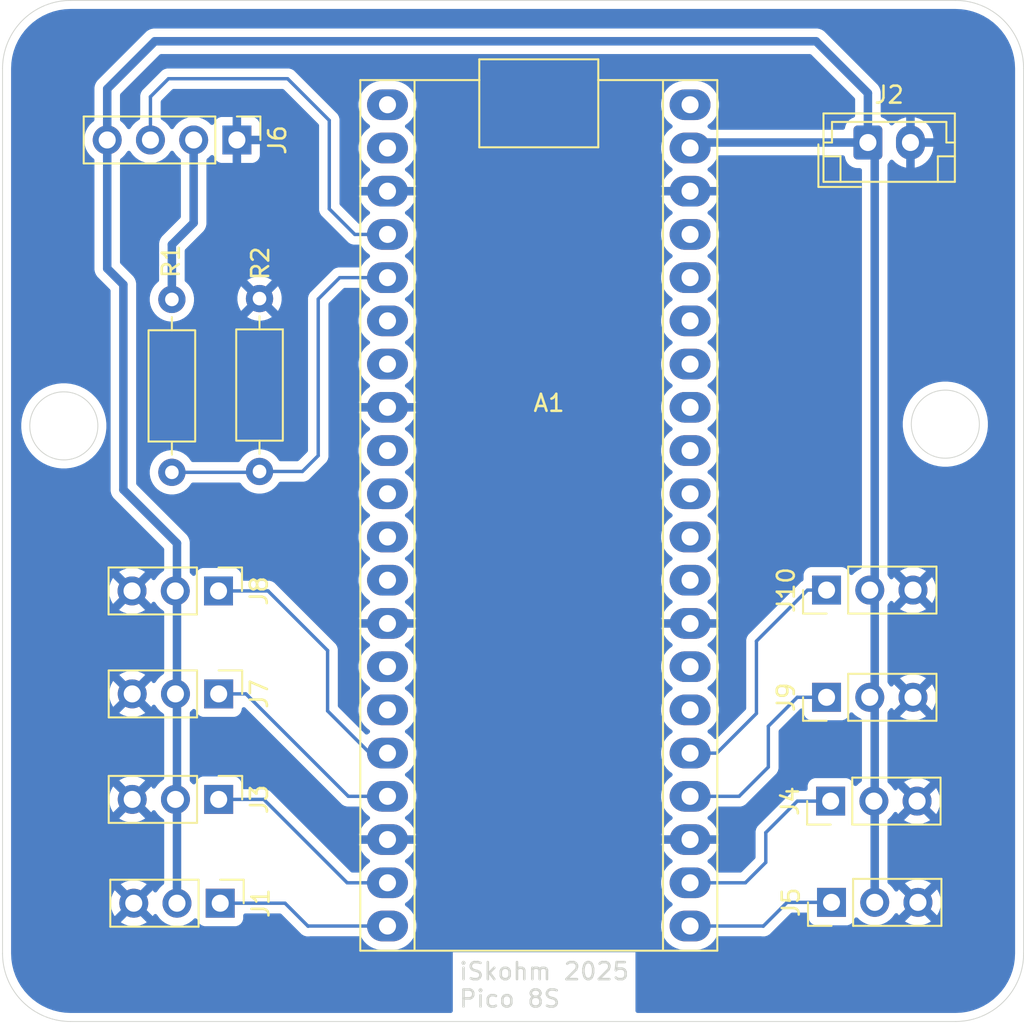
<source format=kicad_pcb>
(kicad_pcb (version 20241229) (generator "pcbnew") (generator_version "9.0")
  (layers (0 "F.Cu" signal) (2 "B.Cu" signal) (13 "F.Paste" user) (15 "B.Paste" user) (5 "F.SilkS" user "F.Silkscreen") (7 "B.SilkS" user "B.Silkscreen") (1 "F.Mask" user) (3 "B.Mask" user) (25 "Edge.Cuts" user))
  (net 0 "")
  (net 3 "/5V")
  (net 10 "GND")
  (net 11 "Net-(A1-GPIO15)")
  (net 17 "Net-(A1-GPIO14)")
  (net 24 "Net-(A1-GPIO3)")
  (net 25 "Net-(A1-GPIO2)")
  (net 27 "/ECHO")
  (net 28 "Net-(A1-GPIO13)")
  (net 31 "Net-(A1-GPIO16)")
  (net 32 "Net-(A1-GPIO18)")
  (net 33 "Net-(A1-GPIO19)")
  (net 34 "Net-(A1-GPIO17)")
  (net 35 "Net-(A1-GPIO12)")
  (footprint "Connector_PinHeader_2.54mm:PinHeader_1x03_P2.54mm_Vertical" (layer "F.Cu") (at 168.81 117 90)
    (property "Reference" "J4" (at 0 -2.38 90) (layer "F.SilkS"))
    (property "Value" "ServoDroit2")
    (fp_line (start -1.38 -1.38) (end 0 -1.38) (stroke (width 0.12)) (layer "F.SilkS"))
    (fp_line (start -1.38 0) (end -1.38 -1.38) (stroke (width 0.12)) (layer "F.SilkS"))
    (fp_line (start 1.38 1.27) (end 1.38 6.46) (stroke (width 0.12)) (layer "F.SilkS"))
    (fp_line (start -1.38 1.27) (end 1.38 1.27) (stroke (width 0.12)) (layer "F.SilkS"))
    (fp_line (start -1.38 1.27) (end -1.38 6.46) (stroke (width 0.12)) (layer "F.SilkS"))
    (fp_line (start -1.38 6.46) (end 1.38 6.46) (stroke (width 0.12)) (layer "F.SilkS"))
    (pad "1" thru_hole rect (at 0 0 90) (size 1.7 1.7) (drill 1) (layers "*.Cu" "*.Mask") (net 34 "Net-(A1-GPIO17)"))
    (pad "2" thru_hole circle (at 0 2.54 90) (size 1.7 1.7) (drill 1) (layers "*.Cu" "*.Mask") (net 3 "/5V"))
    (pad "3" thru_hole circle (at 0 5.08 90) (size 1.7 1.7) (drill 1) (layers "*.Cu" "*.Mask") (net 10 "GND"))
  )
  (footprint "Connector_PinHeader_2.54mm:PinHeader_1x03_P2.54mm_Vertical" (layer "F.Cu") (at 168.57 110.9 90)
    (property "Reference" "J9" (at 0 -2.38 90) (layer "F.SilkS"))
    (property "Value" "ServoDroit3")
    (fp_line (start -1.38 -1.38) (end 0 -1.38) (stroke (width 0.12)) (layer "F.SilkS"))
    (fp_line (start -1.38 0) (end -1.38 -1.38) (stroke (width 0.12)) (layer "F.SilkS"))
    (fp_line (start 1.38 1.27) (end 1.38 6.46) (stroke (width 0.12)) (layer "F.SilkS"))
    (fp_line (start -1.38 1.27) (end 1.38 1.27) (stroke (width 0.12)) (layer "F.SilkS"))
    (fp_line (start -1.38 1.27) (end -1.38 6.46) (stroke (width 0.12)) (layer "F.SilkS"))
    (fp_line (start -1.38 6.46) (end 1.38 6.46) (stroke (width 0.12)) (layer "F.SilkS"))
    (pad "1" thru_hole rect (at 0 0 90) (size 1.7 1.7) (drill 1) (layers "*.Cu" "*.Mask") (net 32 "Net-(A1-GPIO18)"))
    (pad "2" thru_hole circle (at 0 2.54 90) (size 1.7 1.7) (drill 1) (layers "*.Cu" "*.Mask") (net 3 "/5V"))
    (pad "3" thru_hole circle (at 0 5.08 90) (size 1.7 1.7) (drill 1) (layers "*.Cu" "*.Mask") (net 10 "GND"))
  )
  (footprint "Resistor_THT:R_Axial_DIN0207_L6.3mm_D2.5mm_P10.16mm_Horizontal" (layer "F.Cu") (at 135.25 87.47 -90)
    (property "Reference" "R2" (at -2.07 -0.05 90) (layer "F.SilkS"))
    (property "Value" "2k")
    (fp_line (start 1.04 0) (end 1.81 0) (stroke (width 0.12)) (layer "F.SilkS"))
    (fp_line (start 9.12 0) (end 8.35 0) (stroke (width 0.12)) (layer "F.SilkS"))
    (fp_rect (start 1.81 -1.37) (end 8.35 1.37) (stroke (width 0.12)) (fill no) (layer "F.SilkS"))
    (pad "1" thru_hole circle (at 0 0 270) (size 1.6 1.6) (drill 0.8) (layers "*.Cu" "*.Mask") (net 10 "GND"))
    (pad "2" thru_hole circle (at 10.16 0 270) (size 1.6 1.6) (drill 0.8) (layers "*.Cu" "*.Mask") (net 24 "Net-(A1-GPIO3)"))
  )
  (footprint "Connector_JST:JST_EH_B2B-EH-A_1x02_P2.50mm_Vertical" (layer "F.Cu") (at 171 78.3)
    (property "Reference" "J2" (at 1.25 -2.8 0) (layer "F.SilkS"))
    (property "Value" "Battery")
    (fp_line (start -2.91 0.11) (end -2.91 2.61) (stroke (width 0.12)) (layer "F.SilkS"))
    (fp_line (start -2.91 2.61) (end -0.41 2.61) (stroke (width 0.12)) (layer "F.SilkS"))
    (fp_line (start -2.61 -1.71) (end -2.61 2.31) (stroke (width 0.12)) (layer "F.SilkS"))
    (fp_line (start -2.61 0) (end -2.11 0) (stroke (width 0.12)) (layer "F.SilkS"))
    (fp_line (start -2.61 0.81) (end -1.61 0.81) (stroke (width 0.12)) (layer "F.SilkS"))
    (fp_line (start -2.61 2.31) (end 5.11 2.31) (stroke (width 0.12)) (layer "F.SilkS"))
    (fp_line (start -2.11 -1.21) (end 4.61 -1.21) (stroke (width 0.12)) (layer "F.SilkS"))
    (fp_line (start -2.11 0) (end -2.11 -1.21) (stroke (width 0.12)) (layer "F.SilkS"))
    (fp_line (start -1.61 0.81) (end -1.61 2.31) (stroke (width 0.12)) (layer "F.SilkS"))
    (fp_line (start 4.11 0.81) (end 4.11 2.31) (stroke (width 0.12)) (layer "F.SilkS"))
    (fp_line (start 4.61 -1.21) (end 4.61 0) (stroke (width 0.12)) (layer "F.SilkS"))
    (fp_line (start 4.61 0) (end 5.11 0) (stroke (width 0.12)) (layer "F.SilkS"))
    (fp_line (start 5.11 -1.71) (end -2.61 -1.71) (stroke (width 0.12)) (layer "F.SilkS"))
    (fp_line (start 5.11 0.81) (end 4.11 0.81) (stroke (width 0.12)) (layer "F.SilkS"))
    (fp_line (start 5.11 2.31) (end 5.11 -1.71) (stroke (width 0.12)) (layer "F.SilkS"))
    (pad "1" thru_hole roundrect (at 0 0) (size 1.7 2) (drill 1) (layers "*.Cu" "*.Mask") (roundrect_rratio 0.147059) (net 3 "/5V"))
    (pad "2" thru_hole oval (at 2.5 0) (size 1.7 2) (drill 1) (layers "*.Cu" "*.Mask") (net 10 "GND"))
  )
  (footprint "PCM_SL_Development_Boards:raspberry_pi_pico_THT" (layer "F.Cu") (at 142.77 76.08)
    (property "Reference" "A1" (at 9.49 17.53 180) (layer "F.SilkS"))
    (property "Value" "RaspberryPi_Pico_W")
    (fp_line (start -1.6 49.71) (end 19.379999 49.71) (stroke (width 0.12)) (layer "F.SilkS"))
    (fp_line (start -1.599999 -1.45) (end -1.6 49.71) (stroke (width 0.12)) (layer "F.SilkS"))
    (fp_line (start 1.59 -1.42) (end 1.59 49.68) (stroke (width 0.12)) (layer "F.SilkS"))
    (fp_line (start 5.393334 -2.67) (end 5.393334 -1.45) (stroke (width 0.12)) (layer "F.SilkS"))
    (fp_line (start 5.393334 -1.45) (end -1.599999 -1.45) (stroke (width 0.12)) (layer "F.SilkS"))
    (fp_line (start 5.393334 -1.45) (end 5.393334 2.5) (stroke (width 0.12)) (layer "F.SilkS"))
    (fp_line (start 5.393334 2.5) (end 12.386666 2.5) (stroke (width 0.12)) (layer "F.SilkS"))
    (fp_line (start 12.386666 -2.67) (end 5.393334 -2.67) (stroke (width 0.12)) (layer "F.SilkS"))
    (fp_line (start 12.386666 -1.45) (end 12.386666 -2.67) (stroke (width 0.12)) (layer "F.SilkS"))
    (fp_line (start 12.386666 2.5) (end 12.386666 -1.45) (stroke (width 0.12)) (layer "F.SilkS"))
    (fp_line (start 16.19 -1.42) (end 16.19 49.63) (stroke (width 0.12)) (layer "F.SilkS"))
    (fp_line (start 19.379999 49.71) (end 19.38 -1.45) (stroke (width 0.12)) (layer "F.SilkS"))
    (fp_line (start 19.38 -1.45) (end 12.386666 -1.45) (stroke (width 0.12)) (layer "F.SilkS"))
    (pad "1" thru_hole oval (at 0 0 270) (size 1.8 2.4) (drill 1) (layers "*.Cu" "*.Mask"))
    (pad "2" thru_hole oval (at 0 2.54 270) (size 1.8 2.4) (drill 1) (layers "*.Cu" "*.Mask"))
    (pad "3" thru_hole oval (at 0 5.08 270) (size 1.8 2.4) (drill 1) (layers "*.Cu" "*.Mask") (net 10 "GND"))
    (pad "4" thru_hole oval (at 0 7.62 270) (size 1.8 2.4) (drill 1) (layers "*.Cu" "*.Mask") (net 25 "Net-(A1-GPIO2)"))
    (pad "5" thru_hole oval (at 0 10.16 270) (size 1.8 2.4) (drill 1) (layers "*.Cu" "*.Mask") (net 24 "Net-(A1-GPIO3)"))
    (pad "6" thru_hole oval (at 0 12.7 270) (size 1.8 2.4) (drill 1) (layers "*.Cu" "*.Mask"))
    (pad "7" thru_hole oval (at 0 15.24 270) (size 1.8 2.4) (drill 1) (layers "*.Cu" "*.Mask"))
    (pad "8" thru_hole oval (at 0 17.78 270) (size 1.8 2.4) (drill 1) (layers "*.Cu" "*.Mask") (net 10 "GND"))
    (pad "9" thru_hole oval (at 0 20.32 270) (size 1.8 2.4) (drill 1) (layers "*.Cu" "*.Mask"))
    (pad "10" thru_hole oval (at 0 22.86 270) (size 1.8 2.4) (drill 1) (layers "*.Cu" "*.Mask"))
    (pad "11" thru_hole oval (at 0 25.4 270) (size 1.8 2.4) (drill 1) (layers "*.Cu" "*.Mask"))
    (pad "12" thru_hole oval (at 0 27.94 270) (size 1.8 2.4) (drill 1) (layers "*.Cu" "*.Mask"))
    (pad "13" thru_hole oval (at 0 30.48 270) (size 1.8 2.4) (drill 1) (layers "*.Cu" "*.Mask") (net 10 "GND"))
    (pad "14" thru_hole oval (at 0 33.02 270) (size 1.8 2.4) (drill 1) (layers "*.Cu" "*.Mask"))
    (pad "15" thru_hole oval (at 0 35.56 270) (size 1.8 2.4) (drill 1) (layers "*.Cu" "*.Mask"))
    (pad "16" thru_hole oval (at 0 38.1 270) (size 1.8 2.4) (drill 1) (layers "*.Cu" "*.Mask") (net 35 "Net-(A1-GPIO12)"))
    (pad "17" thru_hole oval (at 0 40.64 270) (size 1.8 2.4) (drill 1) (layers "*.Cu" "*.Mask") (net 28 "Net-(A1-GPIO13)"))
    (pad "18" thru_hole oval (at 0 43.18 270) (size 1.8 2.4) (drill 1) (layers "*.Cu" "*.Mask") (net 10 "GND"))
    (pad "19" thru_hole oval (at 0 45.72 270) (size 1.8 2.4) (drill 1) (layers "*.Cu" "*.Mask") (net 17 "Net-(A1-GPIO14)"))
    (pad "20" thru_hole oval (at 0 48.26 270) (size 1.8 2.4) (drill 1) (layers "*.Cu" "*.Mask") (net 11 "Net-(A1-GPIO15)"))
    (pad "21" thru_hole oval (at 17.78 48.26 270) (size 1.8 2.4) (drill 1) (layers "*.Cu" "*.Mask") (net 31 "Net-(A1-GPIO16)"))
    (pad "22" thru_hole oval (at 17.78 45.72 270) (size 1.8 2.4) (drill 1) (layers "*.Cu" "*.Mask") (net 34 "Net-(A1-GPIO17)"))
    (pad "23" thru_hole oval (at 17.78 43.18 270) (size 1.8 2.4) (drill 1) (layers "*.Cu" "*.Mask") (net 10 "GND"))
    (pad "24" thru_hole oval (at 17.78 40.64 270) (size 1.8 2.4) (drill 1) (layers "*.Cu" "*.Mask") (net 32 "Net-(A1-GPIO18)"))
    (pad "25" thru_hole oval (at 17.78 38.1 270) (size 1.8 2.4) (drill 1) (layers "*.Cu" "*.Mask") (net 33 "Net-(A1-GPIO19)"))
    (pad "26" thru_hole oval (at 17.78 35.56 270) (size 1.8 2.4) (drill 1) (layers "*.Cu" "*.Mask"))
    (pad "27" thru_hole oval (at 17.78 33.02 270) (size 1.8 2.4) (drill 1) (layers "*.Cu" "*.Mask"))
    (pad "28" thru_hole oval (at 17.78 30.48 270) (size 1.8 2.4) (drill 1) (layers "*.Cu" "*.Mask") (net 10 "GND"))
    (pad "29" thru_hole oval (at 17.78 27.94 270) (size 1.8 2.4) (drill 1) (layers "*.Cu" "*.Mask"))
    (pad "30" thru_hole oval (at 17.78 25.4 270) (size 1.8 2.4) (drill 1) (layers "*.Cu" "*.Mask"))
    (pad "31" thru_hole oval (at 17.78 22.86 270) (size 1.8 2.4) (drill 1) (layers "*.Cu" "*.Mask"))
    (pad "32" thru_hole oval (at 17.78 20.32 270) (size 1.8 2.4) (drill 1) (layers "*.Cu" "*.Mask"))
    (pad "33" thru_hole oval (at 17.78 17.78 270) (size 1.8 2.4) (drill 1) (layers "*.Cu" "*.Mask"))
    (pad "34" thru_hole oval (at 17.78 15.24 270) (size 1.8 2.4) (drill 1) (layers "*.Cu" "*.Mask"))
    (pad "35" thru_hole oval (at 17.78 12.7 270) (size 1.8 2.4) (drill 1) (layers "*.Cu" "*.Mask"))
    (pad "36" thru_hole oval (at 17.78 10.16 270) (size 1.8 2.4) (drill 1) (layers "*.Cu" "*.Mask"))
    (pad "37" thru_hole oval (at 17.78 7.62 270) (size 1.8 2.4) (drill 1) (layers "*.Cu" "*.Mask"))
    (pad "38" thru_hole oval (at 17.78 5.08 270) (size 1.8 2.4) (drill 1) (layers "*.Cu" "*.Mask") (net 10 "GND"))
    (pad "39" thru_hole oval (at 17.78 2.54 270) (size 1.8 2.4) (drill 1) (layers "*.Cu" "*.Mask") (net 3 "/5V"))
    (pad "40" thru_hole oval (at 17.78 0 270) (size 1.8 2.4) (drill 1) (layers "*.Cu" "*.Mask"))
  )
  (footprint "Connector_PinHeader_2.54mm:PinHeader_1x03_P2.54mm_Vertical" (layer "F.Cu") (at 132.84 104.65 -90)
    (property "Reference" "J8" (at 0 -2.38 90) (layer "F.SilkS"))
    (property "Value" "ServoGauche1")
    (fp_line (start -1.38 6.46) (end 1.38 6.46) (stroke (width 0.12)) (layer "F.SilkS"))
    (fp_line (start -1.38 1.27) (end -1.38 6.46) (stroke (width 0.12)) (layer "F.SilkS"))
    (fp_line (start -1.38 1.27) (end 1.38 1.27) (stroke (width 0.12)) (layer "F.SilkS"))
    (fp_line (start 1.38 1.27) (end 1.38 6.46) (stroke (width 0.12)) (layer "F.SilkS"))
    (fp_line (start -1.38 0) (end -1.38 -1.38) (stroke (width 0.12)) (layer "F.SilkS"))
    (fp_line (start -1.38 -1.38) (end 0 -1.38) (stroke (width 0.12)) (layer "F.SilkS"))
    (pad "1" thru_hole rect (at 0 0 270) (size 1.7 1.7) (drill 1) (layers "*.Cu" "*.Mask") (net 35 "Net-(A1-GPIO12)"))
    (pad "2" thru_hole circle (at 0 2.54 270) (size 1.7 1.7) (drill 1) (layers "*.Cu" "*.Mask") (net 3 "/5V"))
    (pad "3" thru_hole circle (at 0 5.08 270) (size 1.7 1.7) (drill 1) (layers "*.Cu" "*.Mask") (net 10 "GND"))
  )
  (footprint "Connector_PinHeader_2.54mm:PinHeader_1x03_P2.54mm_Vertical" (layer "F.Cu") (at 132.85 116.9 -90)
    (property "Reference" "J3" (at 0 -2.38 90) (layer "F.SilkS"))
    (property "Value" "ServoGauche3")
    (fp_line (start -1.38 6.46) (end 1.38 6.46) (stroke (width 0.12)) (layer "F.SilkS"))
    (fp_line (start -1.38 1.27) (end -1.38 6.46) (stroke (width 0.12)) (layer "F.SilkS"))
    (fp_line (start -1.38 1.27) (end 1.38 1.27) (stroke (width 0.12)) (layer "F.SilkS"))
    (fp_line (start 1.38 1.27) (end 1.38 6.46) (stroke (width 0.12)) (layer "F.SilkS"))
    (fp_line (start -1.38 0) (end -1.38 -1.38) (stroke (width 0.12)) (layer "F.SilkS"))
    (fp_line (start -1.38 -1.38) (end 0 -1.38) (stroke (width 0.12)) (layer "F.SilkS"))
    (pad "1" thru_hole rect (at 0 0 270) (size 1.7 1.7) (drill 1) (layers "*.Cu" "*.Mask") (net 17 "Net-(A1-GPIO14)"))
    (pad "2" thru_hole circle (at 0 2.54 270) (size 1.7 1.7) (drill 1) (layers "*.Cu" "*.Mask") (net 3 "/5V"))
    (pad "3" thru_hole circle (at 0 5.08 270) (size 1.7 1.7) (drill 1) (layers "*.Cu" "*.Mask") (net 10 "GND"))
  )
  (footprint "Connector_PinHeader_2.54mm:PinHeader_1x04_P2.54mm_Vertical" (layer "F.Cu") (at 133.92 78.15 -90)
    (property "Reference" "J6" (at 0 -2.38 90) (layer "F.SilkS"))
    (property "Value" "Ultrasons")
    (fp_line (start -1.38 9) (end 1.38 9) (stroke (width 0.12)) (layer "F.SilkS"))
    (fp_line (start -1.38 1.27) (end -1.38 9) (stroke (width 0.12)) (layer "F.SilkS"))
    (fp_line (start -1.38 1.27) (end 1.38 1.27) (stroke (width 0.12)) (layer "F.SilkS"))
    (fp_line (start 1.38 1.27) (end 1.38 9) (stroke (width 0.12)) (layer "F.SilkS"))
    (fp_line (start -1.38 0) (end -1.38 -1.38) (stroke (width 0.12)) (layer "F.SilkS"))
    (fp_line (start -1.38 -1.38) (end 0 -1.38) (stroke (width 0.12)) (layer "F.SilkS"))
    (pad "1" thru_hole rect (at 0 0 270) (size 1.7 1.7) (drill 1) (layers "*.Cu" "*.Mask") (net 10 "GND"))
    (pad "2" thru_hole circle (at 0 2.54 270) (size 1.7 1.7) (drill 1) (layers "*.Cu" "*.Mask") (net 27 "/ECHO"))
    (pad "3" thru_hole circle (at 0 5.08 270) (size 1.7 1.7) (drill 1) (layers "*.Cu" "*.Mask") (net 25 "Net-(A1-GPIO2)"))
    (pad "4" thru_hole circle (at 0 7.62 270) (size 1.7 1.7) (drill 1) (layers "*.Cu" "*.Mask") (net 3 "/5V"))
  )
  (footprint "Connector_PinHeader_2.54mm:PinHeader_1x03_P2.54mm_Vertical" (layer "F.Cu") (at 168.86 122.95 90)
    (property "Reference" "J5" (at 0 -2.38 90) (layer "F.SilkS"))
    (property "Value" "ServoDroit1")
    (fp_line (start -1.38 -1.38) (end 0 -1.38) (stroke (width 0.12)) (layer "F.SilkS"))
    (fp_line (start -1.38 0) (end -1.38 -1.38) (stroke (width 0.12)) (layer "F.SilkS"))
    (fp_line (start 1.38 1.27) (end 1.38 6.46) (stroke (width 0.12)) (layer "F.SilkS"))
    (fp_line (start -1.38 1.27) (end 1.38 1.27) (stroke (width 0.12)) (layer "F.SilkS"))
    (fp_line (start -1.38 1.27) (end -1.38 6.46) (stroke (width 0.12)) (layer "F.SilkS"))
    (fp_line (start -1.38 6.46) (end 1.38 6.46) (stroke (width 0.12)) (layer "F.SilkS"))
    (pad "1" thru_hole rect (at 0 0 90) (size 1.7 1.7) (drill 1) (layers "*.Cu" "*.Mask") (net 31 "Net-(A1-GPIO16)"))
    (pad "2" thru_hole circle (at 0 2.54 90) (size 1.7 1.7) (drill 1) (layers "*.Cu" "*.Mask") (net 3 "/5V"))
    (pad "3" thru_hole circle (at 0 5.08 90) (size 1.7 1.7) (drill 1) (layers "*.Cu" "*.Mask") (net 10 "GND"))
  )
  (footprint "Connector_PinHeader_2.54mm:PinHeader_1x03_P2.54mm_Vertical" (layer "F.Cu") (at 132.94 123 -90)
    (property "Reference" "J1" (at 0 -2.38 90) (layer "F.SilkS"))
    (property "Value" "ServoGauche4")
    (fp_line (start -1.38 6.46) (end 1.38 6.46) (stroke (width 0.12)) (layer "F.SilkS"))
    (fp_line (start -1.38 1.27) (end -1.38 6.46) (stroke (width 0.12)) (layer "F.SilkS"))
    (fp_line (start -1.38 1.27) (end 1.38 1.27) (stroke (width 0.12)) (layer "F.SilkS"))
    (fp_line (start 1.38 1.27) (end 1.38 6.46) (stroke (width 0.12)) (layer "F.SilkS"))
    (fp_line (start -1.38 0) (end -1.38 -1.38) (stroke (width 0.12)) (layer "F.SilkS"))
    (fp_line (start -1.38 -1.38) (end 0 -1.38) (stroke (width 0.12)) (layer "F.SilkS"))
    (pad "1" thru_hole rect (at 0 0 270) (size 1.7 1.7) (drill 1) (layers "*.Cu" "*.Mask") (net 11 "Net-(A1-GPIO15)"))
    (pad "2" thru_hole circle (at 0 2.54 270) (size 1.7 1.7) (drill 1) (layers "*.Cu" "*.Mask") (net 3 "/5V"))
    (pad "3" thru_hole circle (at 0 5.08 270) (size 1.7 1.7) (drill 1) (layers "*.Cu" "*.Mask") (net 10 "GND"))
  )
  (footprint "Connector_PinHeader_2.54mm:PinHeader_1x03_P2.54mm_Vertical" (layer "F.Cu") (at 168.57 104.6 90)
    (property "Reference" "J10" (at 0 -2.38 90) (layer "F.SilkS"))
    (property "Value" "ServoDroit4")
    (fp_line (start -1.38 -1.38) (end 0 -1.38) (stroke (width 0.12)) (layer "F.SilkS"))
    (fp_line (start -1.38 0) (end -1.38 -1.38) (stroke (width 0.12)) (layer "F.SilkS"))
    (fp_line (start 1.38 1.27) (end 1.38 6.46) (stroke (width 0.12)) (layer "F.SilkS"))
    (fp_line (start -1.38 1.27) (end 1.38 1.27) (stroke (width 0.12)) (layer "F.SilkS"))
    (fp_line (start -1.38 1.27) (end -1.38 6.46) (stroke (width 0.12)) (layer "F.SilkS"))
    (fp_line (start -1.38 6.46) (end 1.38 6.46) (stroke (width 0.12)) (layer "F.SilkS"))
    (pad "1" thru_hole rect (at 0 0 90) (size 1.7 1.7) (drill 1) (layers "*.Cu" "*.Mask") (net 33 "Net-(A1-GPIO19)"))
    (pad "2" thru_hole circle (at 0 2.54 90) (size 1.7 1.7) (drill 1) (layers "*.Cu" "*.Mask") (net 3 "/5V"))
    (pad "3" thru_hole circle (at 0 5.08 90) (size 1.7 1.7) (drill 1) (layers "*.Cu" "*.Mask") (net 10 "GND"))
  )
  (footprint "Connector_PinHeader_2.54mm:PinHeader_1x03_P2.54mm_Vertical" (layer "F.Cu") (at 132.85 110.7 -90)
    (property "Reference" "J7" (at 0 -2.38 90) (layer "F.SilkS"))
    (property "Value" "ServoGauche2")
    (fp_line (start -1.38 6.46) (end 1.38 6.46) (stroke (width 0.12)) (layer "F.SilkS"))
    (fp_line (start -1.38 1.27) (end -1.38 6.46) (stroke (width 0.12)) (layer "F.SilkS"))
    (fp_line (start -1.38 1.27) (end 1.38 1.27) (stroke (width 0.12)) (layer "F.SilkS"))
    (fp_line (start 1.38 1.27) (end 1.38 6.46) (stroke (width 0.12)) (layer "F.SilkS"))
    (fp_line (start -1.38 0) (end -1.38 -1.38) (stroke (width 0.12)) (layer "F.SilkS"))
    (fp_line (start -1.38 -1.38) (end 0 -1.38) (stroke (width 0.12)) (layer "F.SilkS"))
    (pad "1" thru_hole rect (at 0 0 270) (size 1.7 1.7) (drill 1) (layers "*.Cu" "*.Mask") (net 28 "Net-(A1-GPIO13)"))
    (pad "2" thru_hole circle (at 0 2.54 270) (size 1.7 1.7) (drill 1) (layers "*.Cu" "*.Mask") (net 3 "/5V"))
    (pad "3" thru_hole circle (at 0 5.08 270) (size 1.7 1.7) (drill 1) (layers "*.Cu" "*.Mask") (net 10 "GND"))
  )
  (footprint "Resistor_THT:R_Axial_DIN0207_L6.3mm_D2.5mm_P10.16mm_Horizontal" (layer "F.Cu") (at 130.1 97.68 90)
    (property "Reference" "R1" (at 12.4 -0.05 90) (layer "F.SilkS"))
    (property "Value" "1k")
    (fp_line (start 9.12 0) (end 8.35 0) (stroke (width 0.12)) (layer "F.SilkS"))
    (fp_line (start 1.04 0) (end 1.81 0) (stroke (width 0.12)) (layer "F.SilkS"))
    (fp_rect (start 1.81 -1.37) (end 8.35 1.37) (stroke (width 0.12)) (fill no) (layer "F.SilkS"))
    (pad "1" thru_hole circle (at 0 0 90) (size 1.6 1.6) (drill 0.8) (layers "*.Cu" "*.Mask") (net 24 "Net-(A1-GPIO3)"))
    (pad "2" thru_hole circle (at 10.16 0 90) (size 1.6 1.6) (drill 0.8) (layers "*.Cu" "*.Mask") (net 27 "/ECHO"))
  )
  (gr_circle (center 123.75 94.95) (end 125.75 94.95) (stroke (width 0.05)) (fill no) (layer "Edge.Cuts"))
  (gr_circle (center 175.55 94.85) (end 177.55 94.85) (stroke (width 0.05)) (fill no) (layer "Edge.Cuts"))
  (gr_arc (start 124.15 129.95) (mid 121.321573 128.778427) (end 120.15 125.95) (stroke (width 0.05)) (layer "Edge.Cuts"))
  (gr_arc (start 180.15 125.95) (mid 178.978427 128.778427) (end 176.15 129.95) (stroke (width 0.05)) (layer "Edge.Cuts"))
  (gr_arc (start 120.15 73.95) (mid 121.321573 71.121573) (end 124.15 69.95) (stroke (width 0.05)) (layer "Edge.Cuts"))
  (gr_line (start 176.15 69.95) (end 124.15 69.95) (stroke (width 0.05)) (layer "Edge.Cuts"))
  (gr_line (start 124.15 129.95) (end 176.15 129.95) (stroke (width 0.05)) (layer "Edge.Cuts"))
  (gr_line (start 180.15 125.95) (end 180.15 73.95) (stroke (width 0.05)) (layer "Edge.Cuts"))
  (gr_line (start 120.15 73.95) (end 120.15 125.95) (stroke (width 0.05)) (layer "Edge.Cuts"))
  (gr_arc (start 176.15 69.95) (mid 178.978427 71.121573) (end 180.15 73.95) (stroke (width 0.05)) (layer "Edge.Cuts"))
  (gr_text "iSkohm 2025\nPico 8S" (at 146.9 129.2 0) (layer "Edge.Cuts") (effects (font (size 1 1)) (justify left bottom)))
  (segment (start 129.1 72.35) (end 126.3 75.15) (width 0.5) (layer "B.Cu") (net 3))
  (segment (start 130.4 101.85) (end 130.4 123) (width 0.5) (layer "B.Cu") (net 3))
  (segment (start 167.95 72.35) (end 129.1 72.35) (width 0.5) (layer "B.Cu") (net 3))
  (segment (start 171 78.3) (end 171 78.45) (width 0.5) (layer "B.Cu") (net 3))
  (segment (start 126.3 78.15) (end 126.3 85.7) (width 0.5) (layer "B.Cu") (net 3))
  (segment (start 171 78.45) (end 171.4 78.85) (width 0.5) (layer "B.Cu") (net 3))
  (segment (start 127.25 98.7) (end 130.4 101.85) (width 0.5) (layer "B.Cu") (net 3))
  (segment (start 127.25 86.65) (end 127.25 98.7) (width 0.5) (layer "B.Cu") (net 3))
  (segment (start 171 78.3) (end 171 75.4) (width 0.5) (layer "B.Cu") (net 3))
  (segment (start 171 75.4) (end 167.95 72.35) (width 0.5) (layer "B.Cu") (net 3))
  (segment (start 171 78.3) (end 160.87 78.3) (width 0.5) (layer "B.Cu") (net 3))
  (segment (start 171.4 78.85) (end 171.4 122.95) (width 0.5) (layer "B.Cu") (net 3))
  (segment (start 126.3 85.7) (end 127.25 86.65) (width 0.5) (layer "B.Cu") (net 3))
  (segment (start 160.87 78.3) (end 160.55 78.62) (width 0.5) (layer "B.Cu") (net 3))
  (segment (start 126.3 75.15) (end 126.3 78.15) (width 0.5) (layer "B.Cu") (net 3))
  (segment (start 138.1 124.35) (end 138.11 124.34) (width 0.2) (layer "B.Cu") (net 11))
  (segment (start 138.11 124.34) (end 142.77 124.34) (width 0.2) (layer "B.Cu") (net 11))
  (segment (start 136.75 123) (end 138.1 124.35) (width 0.2) (layer "B.Cu") (net 11))
  (segment (start 132.94 123) (end 136.75 123) (width 0.2) (layer "B.Cu") (net 11))
  (segment (start 132.85 116.9) (end 135.5 116.9) (width 0.2) (layer "B.Cu") (net 17))
  (segment (start 135.5 116.9) (end 140.4 121.8) (width 0.2) (layer "B.Cu") (net 17))
  (segment (start 140.4 121.8) (end 142.77 121.8) (width 0.2) (layer "B.Cu") (net 17))
  (segment (start 135.25 97.63) (end 137.77 97.63) (width 0.2) (layer "B.Cu") (net 24))
  (segment (start 138.7 96.7) (end 138.7 87.5) (width 0.2) (layer "B.Cu") (net 24))
  (segment (start 130.1 97.68) (end 135.2 97.68) (width 0.2) (layer "B.Cu") (net 24))
  (segment (start 139.96 86.24) (end 142.77 86.24) (width 0.2) (layer "B.Cu") (net 24))
  (segment (start 135.2 97.68) (end 135.25 97.63) (width 0.2) (layer "B.Cu") (net 24))
  (segment (start 138.7 87.5) (end 139.96 86.24) (width 0.2) (layer "B.Cu") (net 24))
  (segment (start 137.77 97.63) (end 138.7 96.7) (width 0.2) (layer "B.Cu") (net 24))
  (segment (start 128.84 75.61) (end 129.9 74.55) (width 0.2) (layer "B.Cu") (net 25))
  (segment (start 140.85 83.7) (end 142.77 83.7) (width 0.2) (layer "B.Cu") (net 25))
  (segment (start 129.9 74.55) (end 136.9 74.55) (width 0.2) (layer "B.Cu") (net 25))
  (segment (start 128.84 78.15) (end 128.84 75.61) (width 0.2) (layer "B.Cu") (net 25))
  (segment (start 136.9 74.55) (end 139.35 77) (width 0.2) (layer "B.Cu") (net 25))
  (segment (start 139.35 82.2) (end 140.85 83.7) (width 0.2) (layer "B.Cu") (net 25))
  (segment (start 139.35 77) (end 139.35 82.2) (width 0.2) (layer "B.Cu") (net 25))
  (segment (start 130.1 87.52) (end 130.1 84.3) (width 0.5) (layer "B.Cu") (net 27))
  (segment (start 131.38 83.02) (end 131.38 78.15) (width 0.5) (layer "B.Cu") (net 27))
  (segment (start 130.1 84.3) (end 131.38 83.02) (width 0.5) (layer "B.Cu") (net 27))
  (segment (start 140.47 116.72) (end 142.77 116.72) (width 0.2) (layer "B.Cu") (net 28))
  (segment (start 132.85 110.7) (end 134.45 110.7) (width 0.2) (layer "B.Cu") (net 28))
  (segment (start 134.45 110.7) (end 140.47 116.72) (width 0.2) (layer "B.Cu") (net 28))
  (segment (start 164.85 124.35) (end 164.84 124.34) (width 0.2) (layer "B.Cu") (net 31))
  (segment (start 164.84 124.34) (end 160.55 124.34) (width 0.2) (layer "B.Cu") (net 31))
  (segment (start 168.86 122.95) (end 166.25 122.95) (width 0.2) (layer "B.Cu") (net 31))
  (segment (start 166.25 122.95) (end 164.85 124.35) (width 0.2) (layer "B.Cu") (net 31))
  (segment (start 168.57 110.9) (end 166.85 110.9) (width 0.2) (layer "B.Cu") (net 32))
  (segment (start 166.85 110.9) (end 165.15 112.6) (width 0.2) (layer "B.Cu") (net 32))
  (segment (start 165.15 112.6) (end 165.15 115) (width 0.2) (layer "B.Cu") (net 32))
  (segment (start 165.15 115) (end 163.43 116.72) (width 0.2) (layer "B.Cu") (net 32))
  (segment (start 163.43 116.72) (end 160.55 116.72) (width 0.2) (layer "B.Cu") (net 32))
  (segment (start 168.57 104.6) (end 167.45 104.6) (width 0.2) (layer "B.Cu") (net 33))
  (segment (start 164.45 107.6) (end 164.45 111.85) (width 0.2) (layer "B.Cu") (net 33))
  (segment (start 162.12 114.18) (end 160.55 114.18) (width 0.2) (layer "B.Cu") (net 33))
  (segment (start 164.45 111.85) (end 162.12 114.18) (width 0.2) (layer "B.Cu") (net 33))
  (segment (start 167.45 104.6) (end 164.45 107.6) (width 0.2) (layer "B.Cu") (net 33))
  (segment (start 165 118.85) (end 165 120.6) (width 0.2) (layer "B.Cu") (net 34))
  (segment (start 163.8 121.8) (end 160.55 121.8) (width 0.2) (layer "B.Cu") (net 34))
  (segment (start 166.85 117) (end 165 118.85) (width 0.2) (layer "B.Cu") (net 34))
  (segment (start 168.81 117) (end 166.85 117) (width 0.2) (layer "B.Cu") (net 34))
  (segment (start 165 120.6) (end 163.8 121.8) (width 0.2) (layer "B.Cu") (net 34))
  (segment (start 132.84 104.65) (end 135.75 104.65) (width 0.2) (layer "B.Cu") (net 35))
  (segment (start 135.75 104.65) (end 139.25 108.15) (width 0.2) (layer "B.Cu") (net 35))
  (segment (start 141.73 114.18) (end 142.77 114.18) (width 0.2) (layer "B.Cu") (net 35))
  (segment (start 139.25 108.15) (end 139.25 111.7) (width 0.2) (layer "B.Cu") (net 35))
  (segment (start 139.25 111.7) (end 141.73 114.18) (width 0.2) (layer "B.Cu") (net 35))
  (zone (net 10) (net_name "GND") (layer "B.Cu") (connect_pads (clearance 0.5)) (min_thickness 0.25) (fill yes (thermal_gap 0.5) (thermal_bridge_width 0.5))
    (polygon (pts (xy 120.05 70) (xy 180 70) (xy 180.15 129.85) (xy 120 130.05)))
  )
)
</source>
